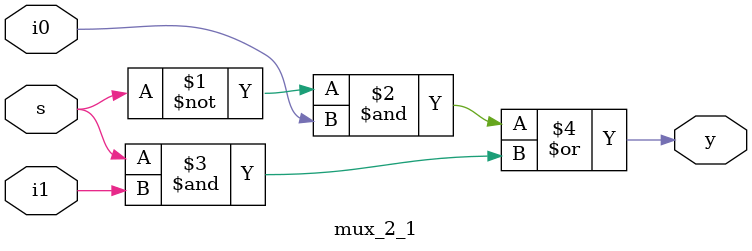
<source format=v>
`timescale 1ns / 1ps

// 2x1 mux //
module mux_2_1(y,s,i0,i1);
input i0,i1,s;
output y;
assign y=((~s)&i0)|(s&i1);
endmodule

</source>
